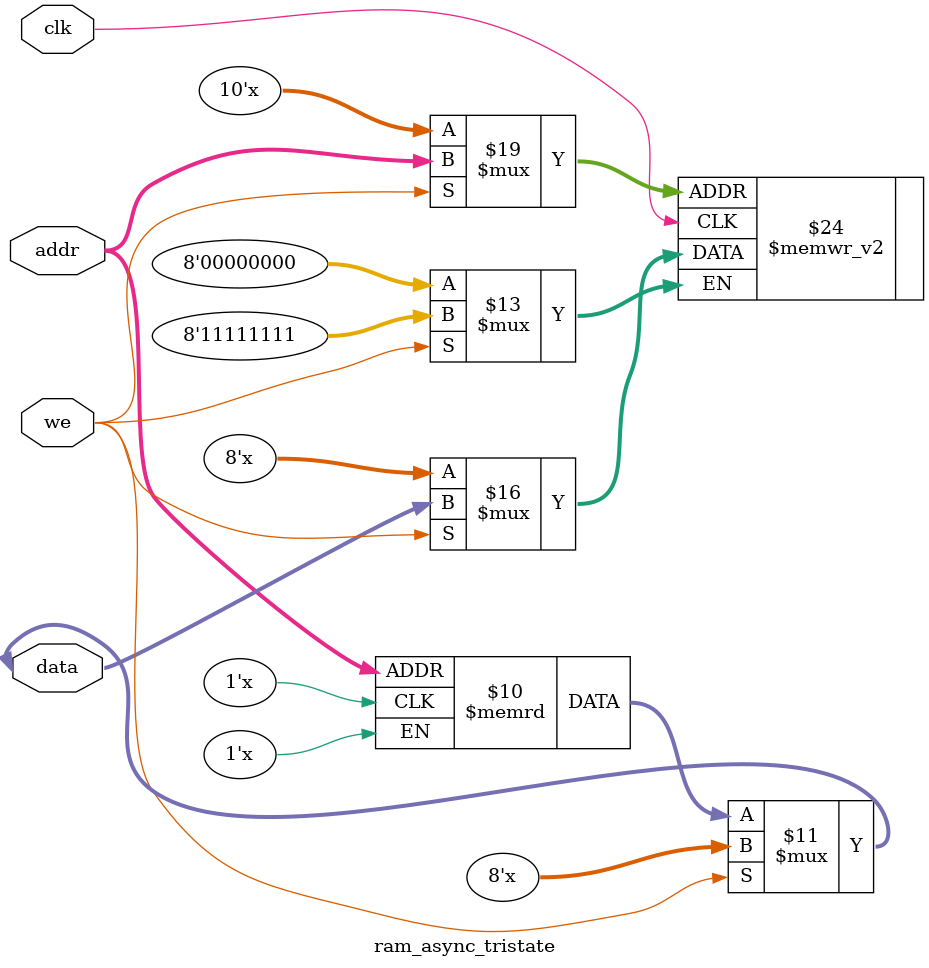
<source format=v>
`ifndef _8BIT_RAM_SYNC_V
`define _8BIT_RAM_SYNC_V

module ram_sync(clk, addr, din, dout, we);
   parameter A = 10;  // number of address bits
   parameter D = 8;   // number of data bits

   input              clk;   // clock
   input      [A-1:0] addr;  // address
   input      [D-1:0] din;   // data input
   output reg [D-1:0] dout;  // data output
   input 	      we;    // write enable

   reg [D-1:0] 	  mem [0:(1<<A)-1];  // (1<<A)xD-bit memory

   always @(posedge clk) begin
      if (we)
	mem[addr] <= din;
      dout <= mem[addr];
   end
endmodule // ram_sync


module ram_async(clk, addr, din, dout, we);
  
  parameter A = 10; // # of address bits
  parameter D = 8;  // # of data bits
  
  input  clk;		// clock
  input  [A-1:0] addr;	// address
  input  [D-1:0] din;	// data input
  output [D-1:0] dout;	// data output
  input  we;		// write enable
  
  reg [D-1:0] mem [0:(1<<A)-1]; // (1<<A)xD bit memory
  
  always @(posedge clk) begin
    if (we)		// if write enabled
      mem[addr] <= din;	// write memory from din
  end

  assign dout = mem[addr]; // read memory to dout (async)

endmodule

module ram_async_tristate(clk, addr, data, we);
  
  parameter A = 10; // # of address bits
  parameter D = 8;  // # of data bits
  
  input  clk;		// clock
  input  [A-1:0] addr;	// address
  inout  [D-1:0] data;	// data in/out
  input  we;		// write enable
  
  reg [D-1:0] mem [0:(1<<A)-1]; // (1<<A)xD bit memory
  
  always @(posedge clk) begin
    if (we)		 // if write enabled
      mem[addr] <= data; // write memory from data
  end

  assign data = !we ? mem[addr] : {D{1'bz}}; // read memory to data (async)

endmodule

`endif // _8BIT_RAM_SYNC_V

</source>
